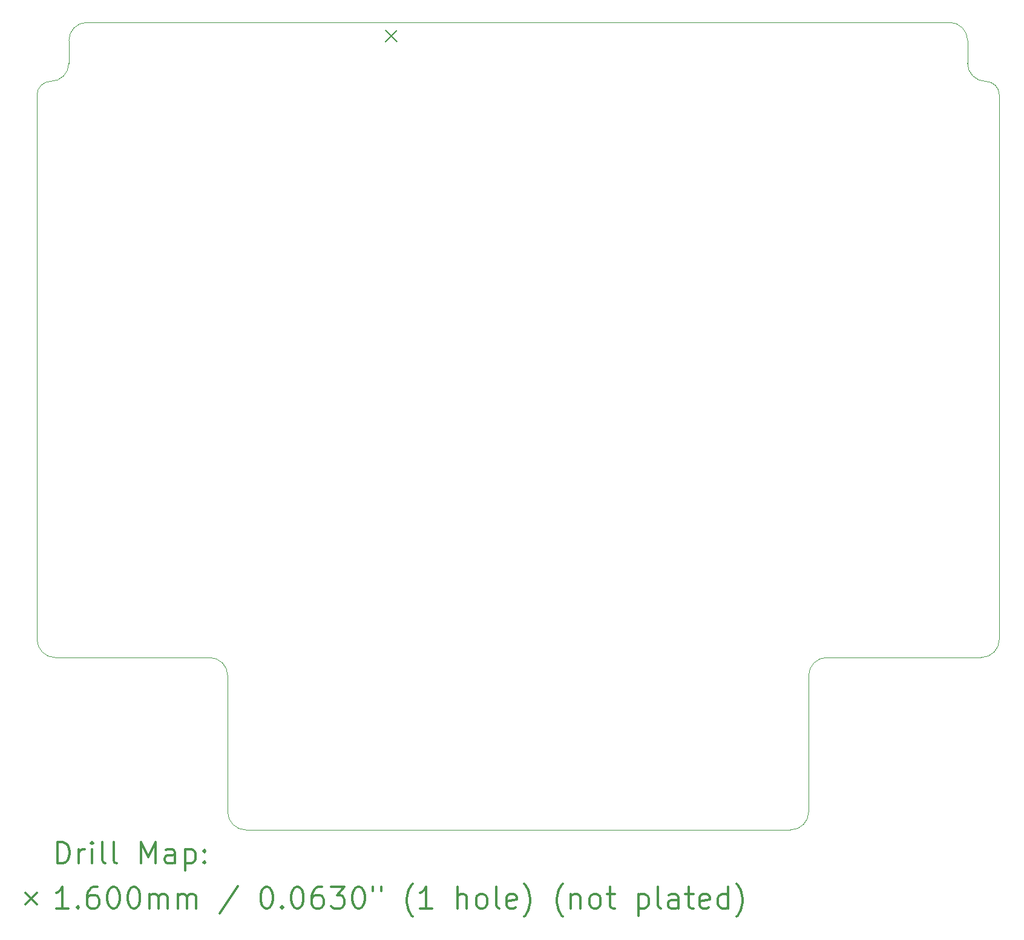
<source format=gbr>
%FSLAX45Y45*%
G04 Gerber Fmt 4.5, Leading zero omitted, Abs format (unit mm)*
G04 Created by KiCad (PCBNEW 5.1.10-88a1d61d58~90~ubuntu20.04.1) date 2021-08-08 15:21:25*
%MOMM*%
%LPD*%
G01*
G04 APERTURE LIST*
%TA.AperFunction,Profile*%
%ADD10C,0.050000*%
%TD*%
%ADD11C,0.200000*%
%ADD12C,0.300000*%
G04 APERTURE END LIST*
D10*
X762000Y-698500D02*
G75*
G02*
X508000Y-952500I-254000J0D01*
G01*
X317500Y-1143000D02*
G75*
G02*
X508000Y-952500I190500J0D01*
G01*
X762000Y-381000D02*
X762000Y-698500D01*
X13335000Y-698500D02*
X13335000Y-381000D01*
X13589000Y-952500D02*
G75*
G02*
X13335000Y-698500I0J254000D01*
G01*
X13589000Y-952500D02*
G75*
G02*
X13779500Y-1143000I0J-190500D01*
G01*
X2730500Y-9017000D02*
X571500Y-9017000D01*
X11366500Y-9017000D02*
X13525500Y-9017000D01*
X2730500Y-9017000D02*
G75*
G02*
X2984500Y-9271000I0J-254000D01*
G01*
X11112500Y-9271000D02*
G75*
G02*
X11366500Y-9017000I254000J0D01*
G01*
X11112500Y-11176000D02*
G75*
G02*
X10858500Y-11430000I-254000J0D01*
G01*
X3238500Y-11430000D02*
G75*
G02*
X2984500Y-11176000I0J254000D01*
G01*
X11112500Y-11176000D02*
X11112500Y-9271000D01*
X3238500Y-11430000D02*
X10858500Y-11430000D01*
X2984500Y-9271000D02*
X2984500Y-11176000D01*
X13779500Y-8763000D02*
G75*
G02*
X13525500Y-9017000I-254000J0D01*
G01*
X571500Y-9017000D02*
G75*
G02*
X317500Y-8763000I0J254000D01*
G01*
X762000Y-381000D02*
G75*
G02*
X1016000Y-127000I254000J0D01*
G01*
X13081000Y-127000D02*
G75*
G02*
X13335000Y-381000I0J-254000D01*
G01*
X317500Y-8763000D02*
X317500Y-1143000D01*
X13779500Y-1143000D02*
X13779500Y-8763000D01*
X1016000Y-127000D02*
X13081000Y-127000D01*
D11*
X5190500Y-237500D02*
X5350500Y-397500D01*
X5350500Y-237500D02*
X5190500Y-397500D01*
D12*
X601428Y-11898214D02*
X601428Y-11598214D01*
X672857Y-11598214D01*
X715714Y-11612500D01*
X744286Y-11641071D01*
X758571Y-11669643D01*
X772857Y-11726786D01*
X772857Y-11769643D01*
X758571Y-11826786D01*
X744286Y-11855357D01*
X715714Y-11883929D01*
X672857Y-11898214D01*
X601428Y-11898214D01*
X901428Y-11898214D02*
X901428Y-11698214D01*
X901428Y-11755357D02*
X915714Y-11726786D01*
X930000Y-11712500D01*
X958571Y-11698214D01*
X987143Y-11698214D01*
X1087143Y-11898214D02*
X1087143Y-11698214D01*
X1087143Y-11598214D02*
X1072857Y-11612500D01*
X1087143Y-11626786D01*
X1101428Y-11612500D01*
X1087143Y-11598214D01*
X1087143Y-11626786D01*
X1272857Y-11898214D02*
X1244286Y-11883929D01*
X1230000Y-11855357D01*
X1230000Y-11598214D01*
X1430000Y-11898214D02*
X1401428Y-11883929D01*
X1387143Y-11855357D01*
X1387143Y-11598214D01*
X1772857Y-11898214D02*
X1772857Y-11598214D01*
X1872857Y-11812500D01*
X1972857Y-11598214D01*
X1972857Y-11898214D01*
X2244286Y-11898214D02*
X2244286Y-11741071D01*
X2230000Y-11712500D01*
X2201428Y-11698214D01*
X2144286Y-11698214D01*
X2115714Y-11712500D01*
X2244286Y-11883929D02*
X2215714Y-11898214D01*
X2144286Y-11898214D01*
X2115714Y-11883929D01*
X2101428Y-11855357D01*
X2101428Y-11826786D01*
X2115714Y-11798214D01*
X2144286Y-11783929D01*
X2215714Y-11783929D01*
X2244286Y-11769643D01*
X2387143Y-11698214D02*
X2387143Y-11998214D01*
X2387143Y-11712500D02*
X2415714Y-11698214D01*
X2472857Y-11698214D01*
X2501428Y-11712500D01*
X2515714Y-11726786D01*
X2530000Y-11755357D01*
X2530000Y-11841071D01*
X2515714Y-11869643D01*
X2501428Y-11883929D01*
X2472857Y-11898214D01*
X2415714Y-11898214D01*
X2387143Y-11883929D01*
X2658571Y-11869643D02*
X2672857Y-11883929D01*
X2658571Y-11898214D01*
X2644286Y-11883929D01*
X2658571Y-11869643D01*
X2658571Y-11898214D01*
X2658571Y-11712500D02*
X2672857Y-11726786D01*
X2658571Y-11741071D01*
X2644286Y-11726786D01*
X2658571Y-11712500D01*
X2658571Y-11741071D01*
X155000Y-12312500D02*
X315000Y-12472500D01*
X315000Y-12312500D02*
X155000Y-12472500D01*
X758571Y-12528214D02*
X587143Y-12528214D01*
X672857Y-12528214D02*
X672857Y-12228214D01*
X644286Y-12271071D01*
X615714Y-12299643D01*
X587143Y-12313929D01*
X887143Y-12499643D02*
X901428Y-12513929D01*
X887143Y-12528214D01*
X872857Y-12513929D01*
X887143Y-12499643D01*
X887143Y-12528214D01*
X1158571Y-12228214D02*
X1101428Y-12228214D01*
X1072857Y-12242500D01*
X1058571Y-12256786D01*
X1030000Y-12299643D01*
X1015714Y-12356786D01*
X1015714Y-12471071D01*
X1030000Y-12499643D01*
X1044286Y-12513929D01*
X1072857Y-12528214D01*
X1130000Y-12528214D01*
X1158571Y-12513929D01*
X1172857Y-12499643D01*
X1187143Y-12471071D01*
X1187143Y-12399643D01*
X1172857Y-12371071D01*
X1158571Y-12356786D01*
X1130000Y-12342500D01*
X1072857Y-12342500D01*
X1044286Y-12356786D01*
X1030000Y-12371071D01*
X1015714Y-12399643D01*
X1372857Y-12228214D02*
X1401428Y-12228214D01*
X1430000Y-12242500D01*
X1444286Y-12256786D01*
X1458571Y-12285357D01*
X1472857Y-12342500D01*
X1472857Y-12413929D01*
X1458571Y-12471071D01*
X1444286Y-12499643D01*
X1430000Y-12513929D01*
X1401428Y-12528214D01*
X1372857Y-12528214D01*
X1344286Y-12513929D01*
X1330000Y-12499643D01*
X1315714Y-12471071D01*
X1301428Y-12413929D01*
X1301428Y-12342500D01*
X1315714Y-12285357D01*
X1330000Y-12256786D01*
X1344286Y-12242500D01*
X1372857Y-12228214D01*
X1658571Y-12228214D02*
X1687143Y-12228214D01*
X1715714Y-12242500D01*
X1730000Y-12256786D01*
X1744286Y-12285357D01*
X1758571Y-12342500D01*
X1758571Y-12413929D01*
X1744286Y-12471071D01*
X1730000Y-12499643D01*
X1715714Y-12513929D01*
X1687143Y-12528214D01*
X1658571Y-12528214D01*
X1630000Y-12513929D01*
X1615714Y-12499643D01*
X1601428Y-12471071D01*
X1587143Y-12413929D01*
X1587143Y-12342500D01*
X1601428Y-12285357D01*
X1615714Y-12256786D01*
X1630000Y-12242500D01*
X1658571Y-12228214D01*
X1887143Y-12528214D02*
X1887143Y-12328214D01*
X1887143Y-12356786D02*
X1901428Y-12342500D01*
X1930000Y-12328214D01*
X1972857Y-12328214D01*
X2001428Y-12342500D01*
X2015714Y-12371071D01*
X2015714Y-12528214D01*
X2015714Y-12371071D02*
X2030000Y-12342500D01*
X2058571Y-12328214D01*
X2101428Y-12328214D01*
X2130000Y-12342500D01*
X2144286Y-12371071D01*
X2144286Y-12528214D01*
X2287143Y-12528214D02*
X2287143Y-12328214D01*
X2287143Y-12356786D02*
X2301428Y-12342500D01*
X2330000Y-12328214D01*
X2372857Y-12328214D01*
X2401428Y-12342500D01*
X2415714Y-12371071D01*
X2415714Y-12528214D01*
X2415714Y-12371071D02*
X2430000Y-12342500D01*
X2458571Y-12328214D01*
X2501428Y-12328214D01*
X2530000Y-12342500D01*
X2544286Y-12371071D01*
X2544286Y-12528214D01*
X3130000Y-12213929D02*
X2872857Y-12599643D01*
X3515714Y-12228214D02*
X3544286Y-12228214D01*
X3572857Y-12242500D01*
X3587143Y-12256786D01*
X3601428Y-12285357D01*
X3615714Y-12342500D01*
X3615714Y-12413929D01*
X3601428Y-12471071D01*
X3587143Y-12499643D01*
X3572857Y-12513929D01*
X3544286Y-12528214D01*
X3515714Y-12528214D01*
X3487143Y-12513929D01*
X3472857Y-12499643D01*
X3458571Y-12471071D01*
X3444286Y-12413929D01*
X3444286Y-12342500D01*
X3458571Y-12285357D01*
X3472857Y-12256786D01*
X3487143Y-12242500D01*
X3515714Y-12228214D01*
X3744286Y-12499643D02*
X3758571Y-12513929D01*
X3744286Y-12528214D01*
X3730000Y-12513929D01*
X3744286Y-12499643D01*
X3744286Y-12528214D01*
X3944286Y-12228214D02*
X3972857Y-12228214D01*
X4001428Y-12242500D01*
X4015714Y-12256786D01*
X4030000Y-12285357D01*
X4044286Y-12342500D01*
X4044286Y-12413929D01*
X4030000Y-12471071D01*
X4015714Y-12499643D01*
X4001428Y-12513929D01*
X3972857Y-12528214D01*
X3944286Y-12528214D01*
X3915714Y-12513929D01*
X3901428Y-12499643D01*
X3887143Y-12471071D01*
X3872857Y-12413929D01*
X3872857Y-12342500D01*
X3887143Y-12285357D01*
X3901428Y-12256786D01*
X3915714Y-12242500D01*
X3944286Y-12228214D01*
X4301428Y-12228214D02*
X4244286Y-12228214D01*
X4215714Y-12242500D01*
X4201428Y-12256786D01*
X4172857Y-12299643D01*
X4158571Y-12356786D01*
X4158571Y-12471071D01*
X4172857Y-12499643D01*
X4187143Y-12513929D01*
X4215714Y-12528214D01*
X4272857Y-12528214D01*
X4301428Y-12513929D01*
X4315714Y-12499643D01*
X4330000Y-12471071D01*
X4330000Y-12399643D01*
X4315714Y-12371071D01*
X4301428Y-12356786D01*
X4272857Y-12342500D01*
X4215714Y-12342500D01*
X4187143Y-12356786D01*
X4172857Y-12371071D01*
X4158571Y-12399643D01*
X4430000Y-12228214D02*
X4615714Y-12228214D01*
X4515714Y-12342500D01*
X4558571Y-12342500D01*
X4587143Y-12356786D01*
X4601428Y-12371071D01*
X4615714Y-12399643D01*
X4615714Y-12471071D01*
X4601428Y-12499643D01*
X4587143Y-12513929D01*
X4558571Y-12528214D01*
X4472857Y-12528214D01*
X4444286Y-12513929D01*
X4430000Y-12499643D01*
X4801428Y-12228214D02*
X4830000Y-12228214D01*
X4858571Y-12242500D01*
X4872857Y-12256786D01*
X4887143Y-12285357D01*
X4901428Y-12342500D01*
X4901428Y-12413929D01*
X4887143Y-12471071D01*
X4872857Y-12499643D01*
X4858571Y-12513929D01*
X4830000Y-12528214D01*
X4801428Y-12528214D01*
X4772857Y-12513929D01*
X4758571Y-12499643D01*
X4744286Y-12471071D01*
X4730000Y-12413929D01*
X4730000Y-12342500D01*
X4744286Y-12285357D01*
X4758571Y-12256786D01*
X4772857Y-12242500D01*
X4801428Y-12228214D01*
X5015714Y-12228214D02*
X5015714Y-12285357D01*
X5130000Y-12228214D02*
X5130000Y-12285357D01*
X5572857Y-12642500D02*
X5558571Y-12628214D01*
X5530000Y-12585357D01*
X5515714Y-12556786D01*
X5501428Y-12513929D01*
X5487143Y-12442500D01*
X5487143Y-12385357D01*
X5501428Y-12313929D01*
X5515714Y-12271071D01*
X5530000Y-12242500D01*
X5558571Y-12199643D01*
X5572857Y-12185357D01*
X5844286Y-12528214D02*
X5672857Y-12528214D01*
X5758571Y-12528214D02*
X5758571Y-12228214D01*
X5730000Y-12271071D01*
X5701428Y-12299643D01*
X5672857Y-12313929D01*
X6201428Y-12528214D02*
X6201428Y-12228214D01*
X6330000Y-12528214D02*
X6330000Y-12371071D01*
X6315714Y-12342500D01*
X6287143Y-12328214D01*
X6244286Y-12328214D01*
X6215714Y-12342500D01*
X6201428Y-12356786D01*
X6515714Y-12528214D02*
X6487143Y-12513929D01*
X6472857Y-12499643D01*
X6458571Y-12471071D01*
X6458571Y-12385357D01*
X6472857Y-12356786D01*
X6487143Y-12342500D01*
X6515714Y-12328214D01*
X6558571Y-12328214D01*
X6587143Y-12342500D01*
X6601428Y-12356786D01*
X6615714Y-12385357D01*
X6615714Y-12471071D01*
X6601428Y-12499643D01*
X6587143Y-12513929D01*
X6558571Y-12528214D01*
X6515714Y-12528214D01*
X6787143Y-12528214D02*
X6758571Y-12513929D01*
X6744286Y-12485357D01*
X6744286Y-12228214D01*
X7015714Y-12513929D02*
X6987143Y-12528214D01*
X6930000Y-12528214D01*
X6901428Y-12513929D01*
X6887143Y-12485357D01*
X6887143Y-12371071D01*
X6901428Y-12342500D01*
X6930000Y-12328214D01*
X6987143Y-12328214D01*
X7015714Y-12342500D01*
X7030000Y-12371071D01*
X7030000Y-12399643D01*
X6887143Y-12428214D01*
X7130000Y-12642500D02*
X7144286Y-12628214D01*
X7172857Y-12585357D01*
X7187143Y-12556786D01*
X7201428Y-12513929D01*
X7215714Y-12442500D01*
X7215714Y-12385357D01*
X7201428Y-12313929D01*
X7187143Y-12271071D01*
X7172857Y-12242500D01*
X7144286Y-12199643D01*
X7130000Y-12185357D01*
X7672857Y-12642500D02*
X7658571Y-12628214D01*
X7630000Y-12585357D01*
X7615714Y-12556786D01*
X7601428Y-12513929D01*
X7587143Y-12442500D01*
X7587143Y-12385357D01*
X7601428Y-12313929D01*
X7615714Y-12271071D01*
X7630000Y-12242500D01*
X7658571Y-12199643D01*
X7672857Y-12185357D01*
X7787143Y-12328214D02*
X7787143Y-12528214D01*
X7787143Y-12356786D02*
X7801428Y-12342500D01*
X7830000Y-12328214D01*
X7872857Y-12328214D01*
X7901428Y-12342500D01*
X7915714Y-12371071D01*
X7915714Y-12528214D01*
X8101428Y-12528214D02*
X8072857Y-12513929D01*
X8058571Y-12499643D01*
X8044286Y-12471071D01*
X8044286Y-12385357D01*
X8058571Y-12356786D01*
X8072857Y-12342500D01*
X8101428Y-12328214D01*
X8144286Y-12328214D01*
X8172857Y-12342500D01*
X8187143Y-12356786D01*
X8201428Y-12385357D01*
X8201428Y-12471071D01*
X8187143Y-12499643D01*
X8172857Y-12513929D01*
X8144286Y-12528214D01*
X8101428Y-12528214D01*
X8287143Y-12328214D02*
X8401428Y-12328214D01*
X8330000Y-12228214D02*
X8330000Y-12485357D01*
X8344286Y-12513929D01*
X8372857Y-12528214D01*
X8401428Y-12528214D01*
X8730000Y-12328214D02*
X8730000Y-12628214D01*
X8730000Y-12342500D02*
X8758571Y-12328214D01*
X8815714Y-12328214D01*
X8844286Y-12342500D01*
X8858571Y-12356786D01*
X8872857Y-12385357D01*
X8872857Y-12471071D01*
X8858571Y-12499643D01*
X8844286Y-12513929D01*
X8815714Y-12528214D01*
X8758571Y-12528214D01*
X8730000Y-12513929D01*
X9044286Y-12528214D02*
X9015714Y-12513929D01*
X9001428Y-12485357D01*
X9001428Y-12228214D01*
X9287143Y-12528214D02*
X9287143Y-12371071D01*
X9272857Y-12342500D01*
X9244286Y-12328214D01*
X9187143Y-12328214D01*
X9158571Y-12342500D01*
X9287143Y-12513929D02*
X9258571Y-12528214D01*
X9187143Y-12528214D01*
X9158571Y-12513929D01*
X9144286Y-12485357D01*
X9144286Y-12456786D01*
X9158571Y-12428214D01*
X9187143Y-12413929D01*
X9258571Y-12413929D01*
X9287143Y-12399643D01*
X9387143Y-12328214D02*
X9501428Y-12328214D01*
X9430000Y-12228214D02*
X9430000Y-12485357D01*
X9444286Y-12513929D01*
X9472857Y-12528214D01*
X9501428Y-12528214D01*
X9715714Y-12513929D02*
X9687143Y-12528214D01*
X9630000Y-12528214D01*
X9601428Y-12513929D01*
X9587143Y-12485357D01*
X9587143Y-12371071D01*
X9601428Y-12342500D01*
X9630000Y-12328214D01*
X9687143Y-12328214D01*
X9715714Y-12342500D01*
X9730000Y-12371071D01*
X9730000Y-12399643D01*
X9587143Y-12428214D01*
X9987143Y-12528214D02*
X9987143Y-12228214D01*
X9987143Y-12513929D02*
X9958571Y-12528214D01*
X9901428Y-12528214D01*
X9872857Y-12513929D01*
X9858571Y-12499643D01*
X9844286Y-12471071D01*
X9844286Y-12385357D01*
X9858571Y-12356786D01*
X9872857Y-12342500D01*
X9901428Y-12328214D01*
X9958571Y-12328214D01*
X9987143Y-12342500D01*
X10101428Y-12642500D02*
X10115714Y-12628214D01*
X10144286Y-12585357D01*
X10158571Y-12556786D01*
X10172857Y-12513929D01*
X10187143Y-12442500D01*
X10187143Y-12385357D01*
X10172857Y-12313929D01*
X10158571Y-12271071D01*
X10144286Y-12242500D01*
X10115714Y-12199643D01*
X10101428Y-12185357D01*
M02*

</source>
